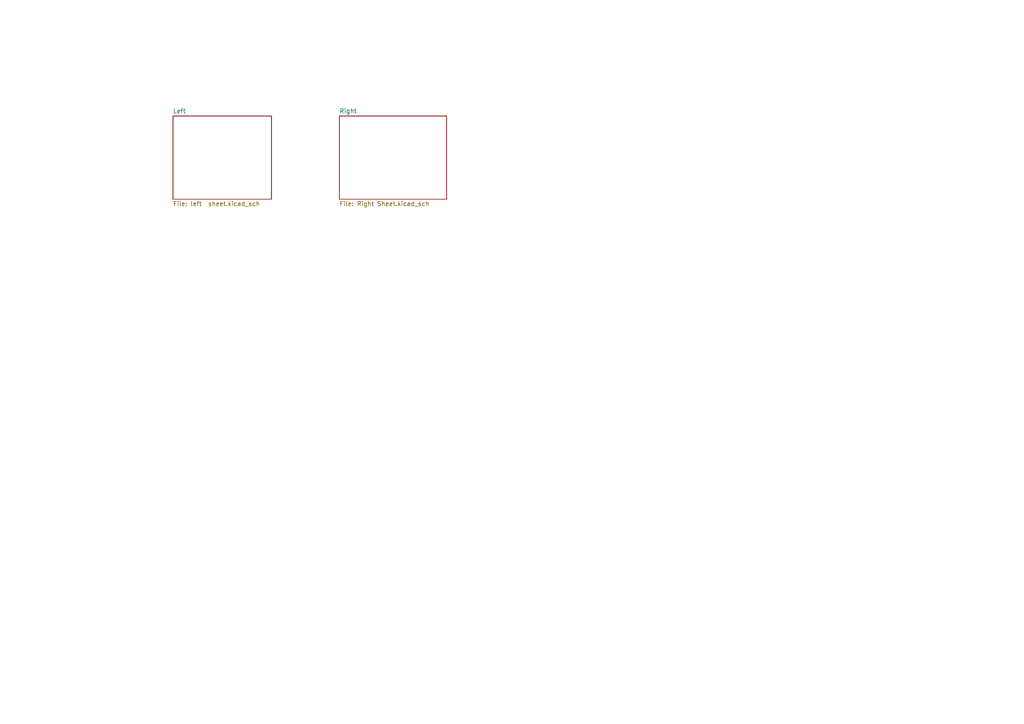
<source format=kicad_sch>
(kicad_sch
	(version 20250114)
	(generator "eeschema")
	(generator_version "9.0")
	(uuid "84fc5f43-cc48-4c9a-8e66-78375259861b")
	(paper "A4")
	(lib_symbols)
	(sheet
		(at 50.165 33.655)
		(size 28.575 24.13)
		(exclude_from_sim no)
		(in_bom yes)
		(on_board yes)
		(dnp no)
		(fields_autoplaced yes)
		(stroke
			(width 0.1524)
			(type solid)
		)
		(fill
			(color 0 0 0 0.0000)
		)
		(uuid "0d265e0a-c39a-494d-aa60-6f642baae709")
		(property "Sheetname" "Left"
			(at 50.165 32.9434 0)
			(effects
				(font
					(size 1.27 1.27)
				)
				(justify left bottom)
			)
		)
		(property "Sheetfile" "left  sheet.kicad_sch"
			(at 50.165 58.3696 0)
			(effects
				(font
					(size 1.27 1.27)
				)
				(justify left top)
			)
		)
		(instances
			(project "Tao Te Ching"
				(path "/84fc5f43-cc48-4c9a-8e66-78375259861b"
					(page "2")
				)
			)
		)
	)
	(sheet
		(at 98.425 33.655)
		(size 31.115 24.13)
		(exclude_from_sim no)
		(in_bom yes)
		(on_board yes)
		(dnp no)
		(fields_autoplaced yes)
		(stroke
			(width 0.1524)
			(type solid)
		)
		(fill
			(color 0 0 0 0.0000)
		)
		(uuid "774c4cad-5f88-4175-99c1-6b6d60cc7b91")
		(property "Sheetname" "Right"
			(at 98.425 32.9434 0)
			(effects
				(font
					(size 1.27 1.27)
				)
				(justify left bottom)
			)
		)
		(property "Sheetfile" "Right Sheet.kicad_sch"
			(at 98.425 58.3696 0)
			(effects
				(font
					(size 1.27 1.27)
				)
				(justify left top)
			)
		)
		(property "Field2" ""
			(at 98.425 33.655 0)
			(effects
				(font
					(size 1.27 1.27)
				)
			)
		)
		(instances
			(project "Tao Te Ching"
				(path "/84fc5f43-cc48-4c9a-8e66-78375259861b"
					(page "3")
				)
			)
		)
	)
	(sheet_instances
		(path "/"
			(page "1")
		)
	)
	(embedded_fonts no)
)

</source>
